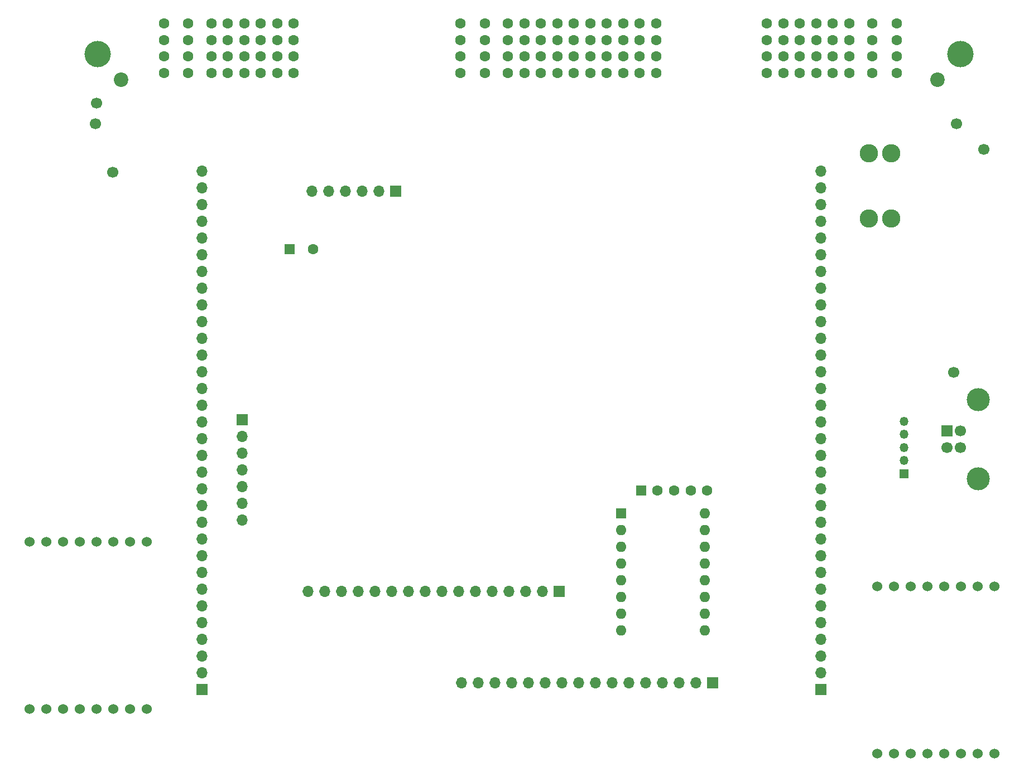
<source format=gbr>
%TF.GenerationSoftware,KiCad,Pcbnew,8.0.5*%
%TF.CreationDate,2025-07-16T23:18:55+01:00*%
%TF.ProjectId,Polygonus-Universal-Base,506f6c79-676f-46e7-9573-2d556e697665,rev?*%
%TF.SameCoordinates,Original*%
%TF.FileFunction,Soldermask,Bot*%
%TF.FilePolarity,Negative*%
%FSLAX46Y46*%
G04 Gerber Fmt 4.6, Leading zero omitted, Abs format (unit mm)*
G04 Created by KiCad (PCBNEW 8.0.5) date 2025-07-16 23:18:55*
%MOMM*%
%LPD*%
G01*
G04 APERTURE LIST*
%ADD10R,1.700000X1.700000*%
%ADD11O,1.700000X1.700000*%
%ADD12C,1.600000*%
%ADD13R,1.600000X1.600000*%
%ADD14C,1.700000*%
%ADD15C,1.524000*%
%ADD16O,1.600000X1.600000*%
%ADD17C,2.780000*%
%ADD18C,4.000000*%
%ADD19C,2.200000*%
%ADD20C,3.500000*%
%ADD21R,1.350000X1.350000*%
%ADD22O,1.350000X1.350000*%
G04 APERTURE END LIST*
D10*
%TO.C,J2*%
X181672763Y-132012059D03*
D11*
X181672763Y-129472059D03*
X181672763Y-126932059D03*
X181672763Y-124392059D03*
X181672763Y-121852059D03*
X181672763Y-119312059D03*
X181672763Y-116772059D03*
X181672763Y-114232059D03*
X181672763Y-111692059D03*
X181672763Y-109152059D03*
X181672763Y-106612059D03*
X181672763Y-104072059D03*
X181672763Y-101532059D03*
X181672763Y-98992059D03*
X181672763Y-96452059D03*
X181672763Y-93912059D03*
X181672763Y-91372059D03*
X181672763Y-88832059D03*
X181672763Y-86292059D03*
X181672763Y-83752059D03*
X181672763Y-81212059D03*
X181672763Y-78672059D03*
X181672763Y-76132059D03*
X181672763Y-73592059D03*
X181672763Y-71052059D03*
X181672763Y-68512059D03*
X181672763Y-65972059D03*
X181672763Y-63432059D03*
X181672763Y-60892059D03*
X181672763Y-58352059D03*
X181672763Y-55812059D03*
X181672763Y-53272059D03*
D10*
X87760080Y-132017154D03*
D11*
X87760080Y-129477154D03*
X87760080Y-126937154D03*
X87760080Y-124397154D03*
X87760080Y-121857154D03*
X87760080Y-119317154D03*
X87760080Y-116777154D03*
X87760080Y-114237154D03*
X87760080Y-111697154D03*
X87760080Y-109157154D03*
X87760080Y-106617154D03*
X87760080Y-104077154D03*
X87760080Y-101537154D03*
X87760080Y-98997154D03*
X87760080Y-96457154D03*
X87760080Y-93917154D03*
X87760080Y-91377154D03*
X87760080Y-88837154D03*
X87760080Y-86297154D03*
X87760080Y-83757154D03*
X87760080Y-81217154D03*
X87760080Y-78677154D03*
X87760080Y-76137154D03*
X87760080Y-73597154D03*
X87760080Y-71057154D03*
X87760080Y-68517154D03*
X87760080Y-65977154D03*
X87760080Y-63437154D03*
X87760080Y-60897154D03*
X87760080Y-58357154D03*
X87760080Y-55817154D03*
X87760080Y-53277154D03*
D10*
X165230080Y-131026287D03*
D11*
X162690080Y-131026287D03*
X160150080Y-131026287D03*
X157610080Y-131026287D03*
X155070080Y-131026287D03*
X152530080Y-131026287D03*
X149990080Y-131026287D03*
X147450080Y-131026287D03*
X144910080Y-131026287D03*
X142370080Y-131026287D03*
X139830080Y-131026287D03*
X137290080Y-131026287D03*
X134750080Y-131026287D03*
X132210080Y-131026287D03*
X129670080Y-131026287D03*
X127130080Y-131026287D03*
D10*
X141953794Y-117134404D03*
D11*
X139413794Y-117134404D03*
X136873794Y-117134404D03*
X134333794Y-117134404D03*
X131793794Y-117134404D03*
X129253794Y-117134404D03*
X126713794Y-117134404D03*
X124173794Y-117134404D03*
X121633794Y-117134404D03*
X119093794Y-117134404D03*
X116553794Y-117134404D03*
X114013794Y-117134404D03*
X111473794Y-117134404D03*
X108933794Y-117134404D03*
X106393794Y-117134404D03*
X103853794Y-117134404D03*
D12*
X164425871Y-101751522D03*
X161925871Y-101751522D03*
X159425871Y-101751522D03*
X156925871Y-101751522D03*
D13*
X154425871Y-101751522D03*
D10*
X117154579Y-56302538D03*
D11*
X114614579Y-56302538D03*
X112074579Y-56302538D03*
X109534579Y-56302538D03*
X106994579Y-56302538D03*
X104454579Y-56302538D03*
%TD*%
D10*
%TO.C,J5*%
X93888235Y-91017793D03*
D11*
X93888235Y-93557793D03*
X93888235Y-96097793D03*
X93888235Y-98637793D03*
X93888235Y-101177793D03*
X93888235Y-103717793D03*
X93888235Y-106257793D03*
%TD*%
D13*
%TO.C,C2*%
X101112052Y-65110107D03*
D12*
X104612052Y-65110107D03*
%TD*%
D14*
%TO.C,P1*%
X71628000Y-46075600D03*
%TD*%
D15*
%TO.C,U1*%
X190269349Y-141724815D03*
X192809349Y-141724815D03*
X195349349Y-141724815D03*
X197889349Y-141724815D03*
X200429349Y-141724815D03*
X202969349Y-141724815D03*
X205509349Y-141724815D03*
X208049349Y-141724815D03*
X190269349Y-116324815D03*
X192809349Y-116324815D03*
X195349349Y-116324815D03*
X197889349Y-116324815D03*
X200429349Y-116324815D03*
X202969349Y-116324815D03*
X205509349Y-116324815D03*
X208049349Y-116324815D03*
%TD*%
D13*
%TO.C,A1*%
X151360000Y-105209750D03*
D16*
X151360000Y-107749750D03*
X151360000Y-110289750D03*
X151360000Y-112829750D03*
X151360000Y-115369750D03*
X151360000Y-117909750D03*
X151360000Y-120449750D03*
X151360000Y-122989750D03*
X164060000Y-122989750D03*
X164060000Y-120449750D03*
X164060000Y-117909750D03*
X164060000Y-115369750D03*
X164060000Y-112829750D03*
X164060000Y-110289750D03*
X164060000Y-107749750D03*
X164060000Y-105209750D03*
%TD*%
D14*
%TO.C,P3*%
X74269600Y-53441600D03*
%TD*%
D17*
%TO.C,F1*%
X192364464Y-50542664D03*
X188964464Y-50542664D03*
X192364464Y-60462664D03*
X188964464Y-60462664D03*
%TD*%
D14*
%TO.C,P6*%
X206400400Y-49936400D03*
%TD*%
%TO.C,P5*%
X202234800Y-46075600D03*
%TD*%
D12*
%TO.C,J1*%
X193200000Y-30840000D03*
X193200000Y-33340000D03*
X193200000Y-35840000D03*
X193200000Y-38340000D03*
X189500000Y-30840000D03*
X189500000Y-33340000D03*
X189500000Y-35840000D03*
X189500000Y-38340000D03*
X186000000Y-30840000D03*
X186000000Y-33340000D03*
X186000000Y-35840000D03*
X186000000Y-38340000D03*
X183500000Y-30840000D03*
X183500000Y-33340000D03*
X183500000Y-35840000D03*
X183500000Y-38340000D03*
X181000000Y-30840000D03*
X181000000Y-33340000D03*
X181000000Y-35840000D03*
X181000000Y-38340000D03*
X178500000Y-30840000D03*
X178500000Y-33340000D03*
X178500000Y-35840000D03*
X178500000Y-38340000D03*
X176000000Y-30840000D03*
X176000000Y-33340000D03*
X176000000Y-35840000D03*
X176000000Y-38340000D03*
X173500000Y-30840000D03*
X173500000Y-33340000D03*
X173500000Y-35840000D03*
X173500000Y-38340000D03*
X127000000Y-30840000D03*
X127000000Y-33340000D03*
X127000000Y-35840000D03*
X127000000Y-38340000D03*
X130700000Y-30840000D03*
X130700000Y-33340000D03*
X130700000Y-35840000D03*
X130700000Y-38340000D03*
X134200000Y-30840000D03*
X134200000Y-33340000D03*
X134200000Y-35840000D03*
X134200000Y-38340000D03*
X136700000Y-30840000D03*
X136700000Y-33340000D03*
X136700000Y-35840000D03*
X136700000Y-38340000D03*
X139200000Y-30840000D03*
X139200000Y-33340000D03*
X139200000Y-35840000D03*
X139200000Y-38340000D03*
X141700000Y-30840000D03*
X141700000Y-33340000D03*
X141700000Y-35840000D03*
X141700000Y-38340000D03*
X144200000Y-30840000D03*
X144200000Y-33340000D03*
X144200000Y-35840000D03*
X144200000Y-38340000D03*
X146700000Y-30840000D03*
X146700000Y-33340000D03*
X146700000Y-35840000D03*
X146700000Y-38340000D03*
X149200000Y-30840000D03*
X149200000Y-33340000D03*
X149200000Y-35840000D03*
X149200000Y-38340000D03*
X151700000Y-30840000D03*
X151700000Y-33340000D03*
X151700000Y-35840000D03*
X151700000Y-38340000D03*
X154200000Y-30840000D03*
X154200000Y-33340000D03*
X154200000Y-35840000D03*
X154200000Y-38340000D03*
X156700000Y-30840000D03*
X156700000Y-33340000D03*
X156700000Y-35840000D03*
X156700000Y-38340000D03*
X82000000Y-30840000D03*
X82000000Y-33340000D03*
X82000000Y-35840000D03*
X82000000Y-38340000D03*
X85700000Y-30840000D03*
X85700000Y-33340000D03*
X85700000Y-35840000D03*
X85700000Y-38340000D03*
X89200000Y-30840000D03*
X89200000Y-33340000D03*
X89200000Y-35840000D03*
X89200000Y-38340000D03*
X91700000Y-30840000D03*
X91700000Y-33340000D03*
X91700000Y-35840000D03*
X91700000Y-38340000D03*
X94200000Y-30840000D03*
X94200000Y-33340000D03*
X94200000Y-35840000D03*
X94200000Y-38340000D03*
X96700000Y-30840000D03*
X96700000Y-33340000D03*
X96700000Y-35840000D03*
X96700000Y-38340000D03*
X99200000Y-30840000D03*
X99200000Y-33340000D03*
X99200000Y-35840000D03*
X99200000Y-38340000D03*
X101700000Y-30840000D03*
X101700000Y-33340000D03*
X101700000Y-35840000D03*
X101700000Y-38340000D03*
D18*
X202900000Y-35490000D03*
D19*
X199350000Y-39340000D03*
X75550000Y-39340000D03*
D18*
X72000000Y-35490000D03*
%TD*%
D10*
%TO.C,J4*%
X200849999Y-92720000D03*
D14*
X200849999Y-95220000D03*
X202849999Y-95220000D03*
X202849999Y-92720000D03*
D20*
X205559999Y-87950000D03*
X205559999Y-99990000D03*
%TD*%
D21*
%TO.C,J3*%
X194310000Y-99250000D03*
D22*
X194310000Y-97250000D03*
X194310000Y-95250000D03*
X194310000Y-93250000D03*
X194310000Y-91250000D03*
%TD*%
D14*
%TO.C,P4*%
X201879200Y-83870800D03*
%TD*%
D15*
%TO.C,U2*%
X61611115Y-135011435D03*
X64151115Y-135011435D03*
X66691115Y-135011435D03*
X69231115Y-135011435D03*
X71771115Y-135011435D03*
X74311115Y-135011435D03*
X76851115Y-135011435D03*
X79391115Y-135011435D03*
X61611115Y-109611435D03*
X64151115Y-109611435D03*
X66691115Y-109611435D03*
X69231115Y-109611435D03*
X71771115Y-109611435D03*
X74311115Y-109611435D03*
X76851115Y-109611435D03*
X79391115Y-109611435D03*
%TD*%
D14*
%TO.C,P2*%
X71780400Y-42926000D03*
%TD*%
M02*

</source>
